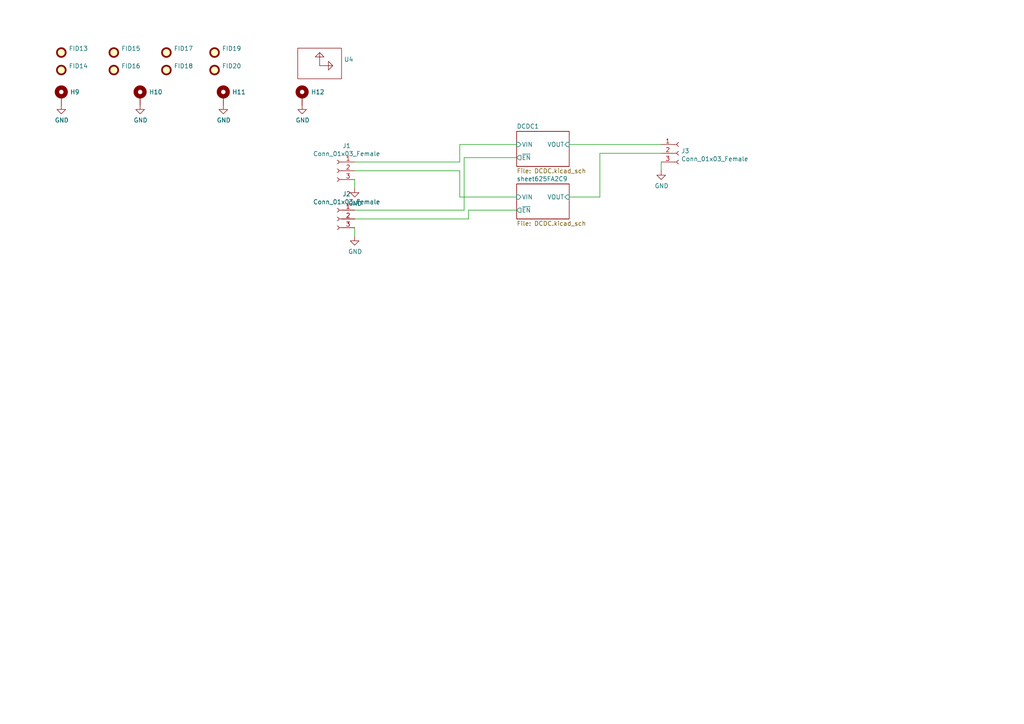
<source format=kicad_sch>
(kicad_sch (version 20211123) (generator eeschema)
  (paper "A4")
  (title_block (title "STS1 template") (date "21.02.2021") (rev "1.0") (company "TU Wien Space Team"))
  (lib_symbols
    (symbol "Connector:Conn_01x03_Female" (pin_names (offset 1.016) hide)
      (property "Reference" "J" (at 0 5.08 0))
      (property "Value" "Conn_01x03_Female" (at 0 -5.08 0))
      (symbol "Conn_01x03_Female_1_1"
        (arc (start 0 -2.032) (mid -0.508 -2.54) (end 0 -3.048) (stroke (width 0.1524)))
        (polyline (pts (xy -1.27 -2.54) (xy -0.508 -2.54)) (stroke (width 0.1524)))
        (polyline (pts (xy -1.27 0) (xy -0.508 0)) (stroke (width 0.1524)))
        (polyline (pts (xy -1.27 2.54) (xy -0.508 2.54)) (stroke (width 0.1524)))
        (arc (start 0 0.508) (mid -0.508 0) (end 0 -0.508) (stroke (width 0.1524)))
        (arc (start 0 3.048) (mid -0.508 2.54) (end 0 2.032) (stroke (width 0.1524)))
        (pin passive line (at -5.08 2.54 0) (length 3.81) (name "Pin_1") (number "1"))
        (pin passive line (at -5.08 0 0) (length 3.81) (name "Pin_2") (number "2"))
        (pin passive line (at -5.08 -2.54 0) (length 3.81) (name "Pin_3") (number "3"))
      )
    )
    (symbol "Mechanical:Fiducial"
      (property "Reference" "FID" (at 0 5.08 0))
      (property "Value" "Fiducial" (at 0 3.175 0))
      (symbol "Fiducial_0_1"
        (circle (center 0 0) (radius 1.27) (stroke (width 0.508)) (fill (type background)))
      )
    )
    (symbol "Mechanical:MountingHole_Pad" (pin_numbers hide) (pin_names (offset 1.016) hide)
      (property "Reference" "H" (at 0 6.35 0))
      (property "Value" "MountingHole_Pad" (at 0 4.445 0))
      (symbol "MountingHole_Pad_0_1"
        (circle (center 0 1.27) (radius 1.27) (stroke (width 1.27)))
      )
      (symbol "MountingHole_Pad_1_1"
        (pin input line (at 0 -2.54 90) (length 2.54) (name "1") (number "1"))
      )
    )
    (symbol "STS-con:coordinate_system" (pin_names (offset 1.016))
      (property "Reference" "U" (at -5.08 6.35 0))
      (property "Value" "coordinate_system" (at -1.27 -5.08 0))
      (symbol "coordinate_system_0_1"
        (rectangle (start -6.35 5.08) (end 6.35 -3.81))
        (polyline (pts (xy 0 0) (xy 0 3.81)))
        (polyline (pts (xy 0 0) (xy 3.81 0)))
        (polyline (pts (xy 0 3.81) (xy -1.27 2.54) (xy 1.27 2.54) (xy 0 3.81)))
        (polyline (pts (xy 3.81 0) (xy 2.54 1.27) (xy 2.54 -1.27) (xy 3.81 0)))
      )
    )
    (symbol "power:GND" (power) (pin_names (offset 0))
      (property "Value" "GND" (at 0 -3.81 0))
      (symbol "GND_0_1"
        (polyline (pts (xy 0 0) (xy 0 -1.27) (xy 1.27 -1.27) (xy 0 -2.54) (xy -1.27 -1.27) (xy 0 -1.27)))
      )
      (symbol "GND_1_1"
        (pin power_in line (at 0 0 270) (length 0) hide (name "GND") (number "1"))
      )
    )
  )
  (wire (pts (xy 135.89 63.5) (xy 135.89 60.96)))
  (wire (pts (xy 165.1 57.15) (xy 173.99 57.15)))
  (wire (pts (xy 133.35 41.91) (xy 149.86 41.91)))
  (wire (pts (xy 102.87 49.53) (xy 133.35 49.53)))
  (wire (pts (xy 133.35 49.53) (xy 133.35 57.15)))
  (wire (pts (xy 102.87 68.58) (xy 102.87 66.04)))
  (wire (pts (xy 102.87 46.99) (xy 133.35 46.99)))
  (wire (pts (xy 165.1 41.91) (xy 191.77 41.91)))
  (wire (pts (xy 102.87 60.96) (xy 134.62 60.96)))
  (wire (pts (xy 173.99 57.15) (xy 173.99 44.45)))
  (wire (pts (xy 133.35 57.15) (xy 149.86 57.15)))
  (wire (pts (xy 102.87 54.61) (xy 102.87 52.07)))
  (wire (pts (xy 191.77 49.53) (xy 191.77 46.99)))
  (wire (pts (xy 173.99 44.45) (xy 191.77 44.45)))
  (wire (pts (xy 135.89 60.96) (xy 149.86 60.96)))
  (wire (pts (xy 102.87 63.5) (xy 135.89 63.5)))
  (wire (pts (xy 134.62 45.72) (xy 149.86 45.72)))
  (wire (pts (xy 133.35 46.99) (xy 133.35 41.91)))
  (wire (pts (xy 134.62 60.96) (xy 134.62 45.72)))
  (symbol (lib_id "power:GND") (at 102.87 54.61 0) (unit 1)
    (property "Reference" "#PWR0124" (effects hide))
    (property "Value" "GND" (at 102.997 59.0042 0))
  )
  (symbol (lib_id "power:GND") (at 102.87 68.58 0) (unit 1)
    (property "Reference" "#PWR0125" (effects hide))
    (property "Value" "GND" (at 102.997 72.9742 0))
  )
  (symbol (lib_id "power:GND") (at 191.77 49.53 0) (unit 1)
    (property "Reference" "#PWR0126" (effects hide))
    (property "Value" "GND" (at 191.897 53.9242 0))
  )
  (symbol (lib_id "Connector:Conn_01x03_Female") (at 97.79 49.53 0) (mirror y) (unit 1)
    (property "Reference" "J1" (at 100.5332 42.291 0))
    (property "Value" "Conn_01x03_Female" (at 100.5332 44.6024 0))
    (property "Footprint" "Connector_PinHeader_2.54mm:PinHeader_1x03_P2.54mm_Vertical" (effects hide))
  )
  (symbol (lib_id "Connector:Conn_01x03_Female") (at 97.79 63.5 0) (mirror y) (unit 1)
    (property "Reference" "J2" (at 100.5332 56.261 0))
    (property "Value" "Conn_01x03_Female" (at 100.5332 58.5724 0))
    (property "Footprint" "Connector_PinHeader_2.54mm:PinHeader_1x03_P2.54mm_Vertical" (effects hide))
  )
  (symbol (lib_id "Connector:Conn_01x03_Female") (at 196.85 44.45 0) (unit 1)
    (property "Reference" "J3" (at 197.5612 43.7896 0) (effects (justify left)))
    (property "Value" "Conn_01x03_Female" (at 197.5612 46.101 0) (effects (justify left)))
    (property "Footprint" "Connector_PinHeader_2.54mm:PinHeader_1x03_P2.54mm_Vertical" (effects hide))
  )
  (symbol (lib_id "Mechanical:Fiducial") (at 48.26 15.24 0) (unit 1)
    (property "Reference" "FID17" (at 50.419 14.0716 0) (effects (justify left)))
  )
  (symbol (lib_id "Mechanical:Fiducial") (at 62.23 20.32 0) (unit 1)
    (property "Reference" "FID20" (at 64.389 19.1516 0) (effects (justify left)))
  )
  (symbol (lib_id "Mechanical:Fiducial") (at 33.02 20.32 0) (unit 1)
    (property "Reference" "FID16" (at 35.179 19.1516 0) (effects (justify left)))
  )
  (symbol (lib_id "Mechanical:Fiducial") (at 48.26 20.32 0) (unit 1)
    (property "Reference" "FID18" (at 50.419 19.1516 0) (effects (justify left)))
  )
  (symbol (lib_id "Mechanical:MountingHole_Pad") (at 17.78 27.94 0) (unit 1)
    (property "Reference" "H9" (at 20.32 26.6954 0) (effects (justify left)))
  )
  (symbol (lib_id "Mechanical:Fiducial") (at 33.02 15.24 0) (unit 1)
    (property "Reference" "FID15" (at 35.179 14.0716 0) (effects (justify left)))
  )
  (symbol (lib_id "Mechanical:MountingHole_Pad") (at 40.64 27.94 0) (unit 1)
    (property "Reference" "H10" (at 43.18 26.6954 0) (effects (justify left)))
  )
  (symbol (lib_id "Mechanical:Fiducial") (at 17.78 20.32 0) (unit 1)
    (property "Reference" "FID14" (at 19.939 19.1516 0) (effects (justify left)))
  )
  (symbol (lib_id "power:GND") (at 17.78 30.48 0) (unit 1)
    (property "Reference" "#PWR037" (effects hide))
  )
  (symbol (lib_id "Mechanical:Fiducial") (at 62.23 15.24 0) (unit 1)
    (property "Reference" "FID19" (at 64.389 14.0716 0) (effects (justify left)))
  )
  (symbol (lib_id "Mechanical:Fiducial") (at 17.78 15.24 0) (unit 1)
    (property "Reference" "FID13" (at 19.939 14.0716 0) (effects (justify left)))
  )
  (symbol (lib_id "Mechanical:MountingHole_Pad") (at 64.77 27.94 0) (unit 1)
    (property "Reference" "H11" (at 67.31 26.6954 0) (effects (justify left)))
  )
  (symbol (lib_id "power:GND") (at 64.77 30.48 0) (unit 1)
    (property "Reference" "#PWR039" (effects hide))
  )
  (symbol (lib_id "power:GND") (at 87.63 30.48 0) (unit 1)
    (property "Reference" "#PWR040" (effects hide))
  )
  (symbol (lib_id "STS-con:coordinate_system") (at 92.71 19.05 0) (unit 1)
    (property "Reference" "U4" (at 99.7712 17.2466 0) (effects (justify left)))
  )
  (symbol (lib_id "power:GND") (at 40.64 30.48 0) (unit 1)
    (property "Reference" "#PWR038" (effects hide))
  )
  (symbol (lib_id "Mechanical:MountingHole_Pad") (at 87.63 27.94 0) (unit 1)
    (property "Reference" "H12" (at 90.17 26.6954 0) (effects (justify left)))
  )
  (sheet (at 149.86 38.1) (size 15.24 10.16)
    (property "Sheet name" "DCDC1" (at 149.86 37.3884 0) (effects (justify left bottom)))
    (property "Sheet file" "DCDC.kicad_sch" (at 149.86 48.8446 0) (effects (justify left top)))
    (pin "VOUT" input (at 165.1 41.91 0))
    (pin "VIN" input (at 149.86 41.91 180))
    (pin "~{EN}" output (at 149.86 45.72 180))
  )
  (sheet (at 149.86 53.34) (size 15.24 10.16)
    (property "Sheet name" "sheet625FA2C9" (at 149.86 52.6284 0) (effects (justify left bottom)))
    (property "Sheet file" "DCDC.kicad_sch" (at 149.86 64.0846 0) (effects (justify left top)))
    (pin "VOUT" input (at 165.1 57.15 0))
    (pin "VIN" input (at 149.86 57.15 180))
    (pin "~{EN}" output (at 149.86 60.96 180))
  )
)
</source>
